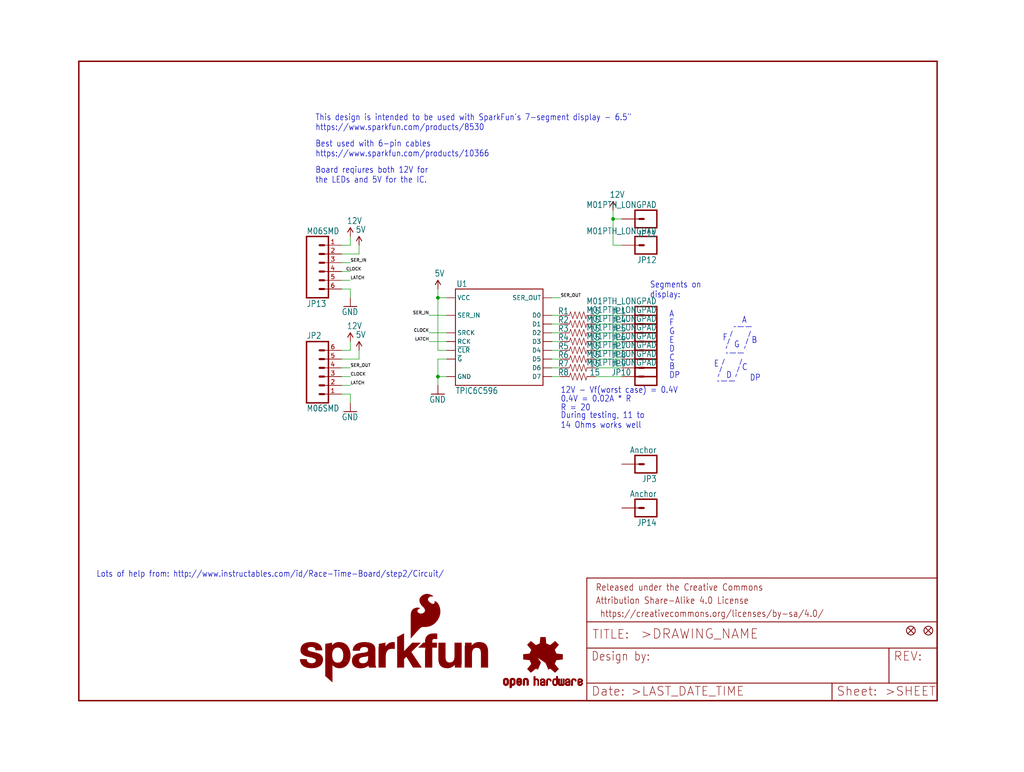
<source format=kicad_sch>
(kicad_sch (version 20211123) (generator eeschema)
  (paper "User" 297.002 223.926)
  (lib_symbols
    (symbol "eagleSchem-eagle-import:12V" (power)
      (property "Value" "12V" (at -1.016 3.556 0))
      (symbol "12V_1_0"
        (pin power_in line (at 0 0 90) (length 2.54) (name "12V") (number "1"))
      )
    )
    (symbol "eagleSchem-eagle-import:15OHM-1{slash}10W-1%(0603)0603"
      (property "Reference" "R" (at -3.81 1.4986 0))
      (property "Value" "15OHM-1{slash}10W-1%(0603)0603" (at -3.81 -3.302 0))
      (symbol "15OHM-1{slash}10W-1%(0603)0603_1_0"
        (pin passive line (at -5.08 0 0) (length 2.54) (name "1") (number "1"))
        (pin passive line (at 5.08 0 180) (length 2.54) (name "2") (number "2"))
      )
    )
    (symbol "eagleSchem-eagle-import:5V" (power)
      (property "Value" "5V" (at -1.016 3.556 0))
      (symbol "5V_1_0"
        (pin power_in line (at 0 0 90) (length 2.54) (name "5V") (number "1"))
      )
    )
    (symbol "eagleSchem-eagle-import:FIDUCIAL1X2")
    (symbol "eagleSchem-eagle-import:FRAME-LETTER"
      (symbol "FRAME-LETTER_2_0"
        (text " https://creativecommons.org/licenses/by-sa/4.0/" (at 2.54 24.13 0) (effects (font (size 1.9304 1.6408)) (justify left bottom)))
        (text ">DRAWING_NAME" (at 15.494 17.78 0) (effects (font (size 2.7432 2.7432)) (justify left bottom)))
        (text ">LAST_DATE_TIME" (at 12.7 1.27 0) (effects (font (size 2.54 2.54)) (justify left bottom)))
        (text ">SHEET" (at 86.36 1.27 0) (effects (font (size 2.54 2.54)) (justify left bottom)))
        (text "Attribution Share-Alike 4.0 License" (at 2.54 27.94 0) (effects (font (size 1.9304 1.6408)) (justify left bottom)))
        (text "Date:" (at 1.27 1.27 0) (effects (font (size 2.54 2.54)) (justify left bottom)))
        (text "Design by:" (at 1.27 11.43 0) (effects (font (size 2.54 2.159)) (justify left bottom)))
        (text "Released under the Creative Commons" (at 2.54 31.75 0) (effects (font (size 1.9304 1.6408)) (justify left bottom)))
        (text "REV:" (at 88.9 11.43 0) (effects (font (size 2.54 2.54)) (justify left bottom)))
        (text "Sheet:" (at 72.39 1.27 0) (effects (font (size 2.54 2.54)) (justify left bottom)))
        (text "TITLE:" (at 1.524 17.78 0) (effects (font (size 2.54 2.54)) (justify left bottom)))
      )
    )
    (symbol "eagleSchem-eagle-import:GND" (power)
      (property "Value" "GND" (at -2.54 -2.54 0))
      (symbol "GND_1_0"
        (pin power_in line (at 0 2.54 270) (length 2.54) (name "GND") (number "1"))
      )
    )
    (symbol "eagleSchem-eagle-import:M01PTH_LONGPAD"
      (property "Reference" "JP" (at -2.54 3.302 0))
      (property "Value" "M01PTH_LONGPAD" (at -2.54 -5.08 0))
      (symbol "M01PTH_LONGPAD_1_0"
        (pin passive line (at 7.62 0 180) (length 5.08) (name "1") (number "1"))
      )
    )
    (symbol "eagleSchem-eagle-import:M06SMD"
      (property "Reference" "JP" (at -5.08 10.922 0))
      (property "Value" "M06SMD" (at -5.08 -10.16 0))
      (symbol "M06SMD_1_0"
        (pin passive line (at 5.08 -5.08 180) (length 5.08) (name "1") (number "1"))
        (pin passive line (at 5.08 -2.54 180) (length 5.08) (name "2") (number "2"))
        (pin passive line (at 5.08 0 180) (length 5.08) (name "3") (number "3"))
        (pin passive line (at 5.08 2.54 180) (length 5.08) (name "4") (number "4"))
        (pin passive line (at 5.08 5.08 180) (length 5.08) (name "5") (number "5"))
        (pin passive line (at 5.08 7.62 180) (length 5.08) (name "6") (number "6"))
      )
    )
    (symbol "eagleSchem-eagle-import:OSHW-LOGOS")
    (symbol "eagleSchem-eagle-import:SFE_LOGO_NAME_FLAME.1_INCH")
    (symbol "eagleSchem-eagle-import:TPIC6C596SOIC"
      (property "Reference" "U" (at -12.446 13.208 0))
      (property "Value" "TPIC6C596SOIC" (at -12.7 -17.78 0))
      (symbol "TPIC6C596SOIC_1_0"
        (pin power_in line (at -15.24 10.16 0) (length 2.54) (name "VCC") (number "1"))
        (pin input line (at -15.24 -2.54 0) (length 2.54) (name "RCK") (number "10"))
        (pin output line (at 15.24 -5.08 180) (length 2.54) (name "D4") (number "11"))
        (pin output line (at 15.24 -7.62 180) (length 2.54) (name "D5") (number "12"))
        (pin output line (at 15.24 -10.16 180) (length 2.54) (name "D6") (number "13"))
        (pin output line (at 15.24 -12.7 180) (length 2.54) (name "D7") (number "14"))
        (pin input line (at -15.24 0 0) (length 2.54) (name "SRCK") (number "15"))
        (pin power_in line (at -15.24 -12.7 0) (length 2.54) (name "GND") (number "16"))
        (pin input line (at -15.24 5.08 0) (length 2.54) (name "SER_IN") (number "2"))
        (pin output line (at 15.24 5.08 180) (length 2.54) (name "D0") (number "3"))
        (pin output line (at 15.24 2.54 180) (length 2.54) (name "D1") (number "4"))
        (pin output line (at 15.24 0 180) (length 2.54) (name "D2") (number "5"))
        (pin output line (at 15.24 -2.54 180) (length 2.54) (name "D3") (number "6"))
        (pin input line (at -15.24 -5.08 0) (length 2.54) (name "~{CLR}") (number "7"))
        (pin input line (at -15.24 -7.62 0) (length 2.54) (name "~{G}") (number "8"))
        (pin output line (at 15.24 10.16 180) (length 2.54) (name "SER_OUT") (number "9"))
      )
    )
  )
  (junction (at 127 86.36))
  (junction (at 127 109.22))
  (junction (at 177.8 63.5))
  (wire (pts (xy 129.54 101.6) (xy 127 101.6)))
  (wire (pts (xy 101.6 101.6) (xy 101.6 99.06)))
  (wire (pts (xy 99.06 73.66) (xy 104.14 73.66)))
  (wire (pts (xy 127 101.6) (xy 127 86.36)))
  (wire (pts (xy 162.56 101.6) (xy 160.02 101.6)))
  (wire (pts (xy 180.34 71.12) (xy 177.8 71.12)))
  (wire (pts (xy 162.56 96.52) (xy 160.02 96.52)))
  (wire (pts (xy 127 86.36) (xy 127 83.82)))
  (wire (pts (xy 129.54 104.14) (xy 127 104.14)))
  (wire (pts (xy 177.8 63.5) (xy 177.8 60.96)))
  (wire (pts (xy 99.06 106.68) (xy 101.6 106.68)))
  (wire (pts (xy 101.6 114.3) (xy 101.6 116.84)))
  (wire (pts (xy 99.06 101.6) (xy 101.6 101.6)))
  (wire (pts (xy 129.54 86.36) (xy 127 86.36)))
  (wire (pts (xy 180.34 106.68) (xy 172.72 106.68)))
  (wire (pts (xy 162.56 99.06) (xy 160.02 99.06)))
  (wire (pts (xy 162.56 109.22) (xy 160.02 109.22)))
  (wire (pts (xy 180.34 109.22) (xy 172.72 109.22)))
  (wire (pts (xy 129.54 109.22) (xy 127 109.22)))
  (wire (pts (xy 180.34 101.6) (xy 172.72 101.6)))
  (wire (pts (xy 99.06 76.2) (xy 101.6 76.2)))
  (wire (pts (xy 177.8 71.12) (xy 177.8 63.5)))
  (wire (pts (xy 99.06 111.76) (xy 101.6 111.76)))
  (polyline (pts (xy 217.678 96.012) (xy 215.9 101.092)))
  (wire (pts (xy 99.06 78.74) (xy 101.6 78.74)))
  (wire (pts (xy 180.34 99.06) (xy 172.72 99.06)))
  (wire (pts (xy 104.14 73.66) (xy 104.14 71.12)))
  (polyline (pts (xy 210.058 104.14) (xy 208.28 109.22)))
  (wire (pts (xy 104.14 104.14) (xy 104.14 101.6)))
  (wire (pts (xy 127 104.14) (xy 127 109.22)))
  (wire (pts (xy 160.02 86.36) (xy 162.56 86.36)))
  (wire (pts (xy 180.34 63.5) (xy 177.8 63.5)))
  (wire (pts (xy 127 109.22) (xy 127 111.76)))
  (wire (pts (xy 162.56 106.68) (xy 160.02 106.68)))
  (polyline (pts (xy 213.106 110.49) (xy 208.026 110.49)))
  (polyline (pts (xy 215.138 104.14) (xy 213.36 109.22)))
  (wire (pts (xy 180.34 104.14) (xy 172.72 104.14)))
  (wire (pts (xy 101.6 83.82) (xy 101.6 86.36)))
  (wire (pts (xy 129.54 96.52) (xy 124.46 96.52)))
  (wire (pts (xy 99.06 83.82) (xy 101.6 83.82)))
  (wire (pts (xy 99.06 71.12) (xy 101.6 71.12)))
  (wire (pts (xy 99.06 104.14) (xy 104.14 104.14)))
  (wire (pts (xy 162.56 93.98) (xy 160.02 93.98)))
  (wire (pts (xy 129.54 99.06) (xy 124.46 99.06)))
  (wire (pts (xy 180.34 91.44) (xy 172.72 91.44)))
  (polyline (pts (xy 212.344 96.012) (xy 210.566 101.092)))
  (wire (pts (xy 162.56 91.44) (xy 160.02 91.44)))
  (wire (pts (xy 180.34 96.52) (xy 172.72 96.52)))
  (wire (pts (xy 129.54 91.44) (xy 124.46 91.44)))
  (wire (pts (xy 101.6 71.12) (xy 101.6 68.58)))
  (polyline (pts (xy 217.932 94.742) (xy 212.852 94.742)))
  (wire (pts (xy 99.06 109.22) (xy 101.6 109.22)))
  (polyline (pts (xy 215.646 102.362) (xy 210.566 102.362)))
  (wire (pts (xy 99.06 114.3) (xy 101.6 114.3)))
  (wire (pts (xy 162.56 104.14) (xy 160.02 104.14)))
  (wire (pts (xy 99.06 81.28) (xy 101.6 81.28)))
  (wire (pts (xy 180.34 93.98) (xy 172.72 93.98)))
  (text "0.4V = 0.02A * R" (at 162.56 116.84 180) (effects (font (size 1.778 1.5113)) (justify left bottom)))
  (text "B" (at 217.932 99.822 180) (effects (font (size 1.778 1.5113)) (justify left bottom)))
  (text "Best used with 6-pin cables\nhttps://www.sparkfun.com/products/10366" (at 91.44 45.72 0) (effects (font (size 1.778 1.5113)) (justify left bottom)))
  (text "C" (at 194.056 104.902 180) (effects (font (size 1.778 1.5113)) (justify left bottom)))
  (text "D" (at 210.566 109.982 180) (effects (font (size 1.778 1.5113)) (justify left bottom)))
  (text "12V - Vf(worst case) = 0.4V" (at 162.56 114.3 180) (effects (font (size 1.778 1.5113)) (justify left bottom)))
  (text "A" (at 194.056 92.202 180) (effects (font (size 1.778 1.5113)) (justify left bottom)))
  (text "E" (at 194.056 99.822 180) (effects (font (size 1.778 1.5113)) (justify left bottom)))
  (text "This design is intended to be used with SparkFun's 7-segment display - 6.5\"\nhttps://www.sparkfun.com/products/8530" (at 91.44 38.1 0) (effects (font (size 1.778 1.5113)) (justify left bottom)))
  (text "DP" (at 217.424 110.744 180) (effects (font (size 1.778 1.5113)) (justify left bottom)))
  (text "C" (at 215.138 107.696 180) (effects (font (size 1.778 1.5113)) (justify left bottom)))
  (text "B" (at 194.056 107.442 180) (effects (font (size 1.778 1.5113)) (justify left bottom)))
  (text "F" (at 194.056 94.742 180) (effects (font (size 1.778 1.5113)) (justify left bottom)))
  (text "Lots of help from: http://www.instructables.com/id/Race-Time-Board/step2/Circuit/" (at 27.94 167.64 0) (effects (font (size 1.778 1.5113)) (justify left bottom)))
  (text "G" (at 212.852 101.092 180) (effects (font (size 1.778 1.5113)) (justify left bottom)))
  (text "During testing, 11 to\n14 Ohms works well" (at 162.56 124.46 180) (effects (font (size 1.778 1.5113)) (justify left bottom)))
  (text "R = 20" (at 162.56 119.38 180) (effects (font (size 1.778 1.5113)) (justify left bottom)))
  (text "Board reqiures both 12V for\nthe LEDs and 5V for the IC." (at 91.44 53.34 0) (effects (font (size 1.778 1.5113)) (justify left bottom)))
  (text "D" (at 194.056 102.362 180) (effects (font (size 1.778 1.5113)) (justify left bottom)))
  (text "G" (at 194.056 97.282 180) (effects (font (size 1.778 1.5113)) (justify left bottom)))
  (text "A" (at 215.138 93.98 180) (effects (font (size 1.778 1.5113)) (justify left bottom)))
  (text "Segments on\ndisplay:" (at 188.468 86.614 180) (effects (font (size 1.778 1.5113)) (justify left bottom)))
  (text "F" (at 209.55 99.06 180) (effects (font (size 1.778 1.5113)) (justify left bottom)))
  (text "E" (at 207.01 106.68 180) (effects (font (size 1.778 1.5113)) (justify left bottom)))
  (text "DP" (at 194.056 109.982 180) (effects (font (size 1.778 1.5113)) (justify left bottom)))
  (label "LATCH" (at 101.6 111.76 0) (effects (font (size 0.889 0.889))))
  (label "SER_OUT" (at 101.6 106.68 0) (effects (font (size 0.889 0.889))))
  (label "SER_OUT" (at 162.56 86.36 0) (effects (font (size 0.889 0.889))))
  (label "LATCH" (at 124.46 99.06 180) (effects (font (size 0.889 0.889))))
  (label "CLOCK" (at 101.6 109.22 0) (effects (font (size 0.889 0.889))))
  (label "CLOCK" (at 124.46 96.52 180) (effects (font (size 0.889 0.889))))
  (label "SER_IN" (at 124.46 91.44 180) (effects (font (size 0.889 0.889))))
  (label "LATCH" (at 101.6 81.28 0) (effects (font (size 0.889 0.889))))
  (label "CLOCK" (at 100.33 78.74 0) (effects (font (size 0.889 0.889))))
  (label "SER_IN" (at 101.6 76.2 0) (effects (font (size 0.889 0.889))))
  (symbol (lib_id "eagleSchem-eagle-import:M01PTH_LONGPAD") (at 187.96 134.62 180) (unit 1)
    (property "Reference" "JP3" (at 190.5 137.922 0) (effects (font (size 1.778 1.5113)) (justify left bottom)))
    (property "Value" "Anchor" (at 190.5 129.54 0) (effects (font (size 1.778 1.5113)) (justify left bottom)))
    (property "Footprint" "eagleSchem:1X01_LONGPAD" (effects hide))
  )
  (symbol (lib_id "eagleSchem-eagle-import:M01PTH_LONGPAD") (at 187.96 99.06 180) (unit 1)
    (property "Reference" "JP6" (at 177.292 98.806 0) (effects (font (size 1.778 1.5113)) (justify right top)))
    (property "Value" "M01PTH_LONGPAD" (at 190.5 93.98 0) (effects (font (size 1.778 1.5113)) (justify left bottom)))
    (property "Footprint" "eagleSchem:1X01_LONGPAD" (effects hide))
  )
  (symbol (lib_id "eagleSchem-eagle-import:M06SMD") (at 93.98 76.2 0) (mirror x) (unit 1)
    (property "Reference" "JP13" (at 88.9 87.122 0) (effects (font (size 1.778 1.5113)) (justify left bottom)))
    (property "Value" "M06SMD" (at 88.9 66.04 0) (effects (font (size 1.778 1.5113)) (justify left bottom)))
    (property "Footprint" "eagleSchem:1X06-SMD" (effects hide))
  )
  (symbol (lib_id "eagleSchem-eagle-import:GND") (at 101.6 88.9 0) (unit 1)
    (property "Reference" "#GND2" (effects hide))
    (property "Value" "GND" (at 99.06 91.44 0) (effects (font (size 1.778 1.5113)) (justify left bottom)))
    (property "Footprint" "eagleSchem:" (effects hide))
  )
  (symbol (lib_id "eagleSchem-eagle-import:M01PTH_LONGPAD") (at 187.96 93.98 180) (unit 1)
    (property "Reference" "JP4" (at 177.292 93.726 0) (effects (font (size 1.778 1.5113)) (justify right top)))
    (property "Value" "M01PTH_LONGPAD" (at 190.5 88.9 0) (effects (font (size 1.778 1.5113)) (justify left bottom)))
    (property "Footprint" "eagleSchem:1X01_LONGPAD" (effects hide))
  )
  (symbol (lib_id "eagleSchem-eagle-import:12V") (at 177.8 60.96 0) (unit 1)
    (property "Reference" "#SUPPLY5" (effects hide))
    (property "Value" "12V" (at 176.784 57.404 0) (effects (font (size 1.778 1.5113)) (justify left bottom)))
    (property "Footprint" "eagleSchem:" (effects hide))
  )
  (symbol (lib_id "eagleSchem-eagle-import:FIDUCIAL1X2") (at 264.16 182.88 0) (unit 1)
    (property "Reference" "FID2" (effects hide))
    (property "Value" "FIDUCIAL1X2" (effects hide))
    (property "Footprint" "eagleSchem:FIDUCIAL-1X2" (effects hide))
  )
  (symbol (lib_id "eagleSchem-eagle-import:FRAME-LETTER") (at 22.86 203.2 0) (unit 1)
    (property "Reference" "FRAME1" (effects hide))
    (property "Value" "FRAME-LETTER" (effects hide))
    (property "Footprint" "eagleSchem:CREATIVE_COMMONS" (effects hide))
    (property "Value" "FRAME-LETTER" (effects hide))
    (property "Value" "FRAME-LETTER" (effects hide))
  )
  (symbol (lib_id "eagleSchem-eagle-import:5V") (at 104.14 71.12 0) (unit 1)
    (property "Reference" "#SUPPLY2" (effects hide))
    (property "Value" "5V" (at 103.124 67.564 0) (effects (font (size 1.778 1.5113)) (justify left bottom)))
    (property "Footprint" "eagleSchem:" (effects hide))
  )
  (symbol (lib_id "eagleSchem-eagle-import:5V") (at 104.14 101.6 0) (unit 1)
    (property "Reference" "#SUPPLY3" (effects hide))
    (property "Value" "5V" (at 103.124 98.044 0) (effects (font (size 1.778 1.5113)) (justify left bottom)))
    (property "Footprint" "eagleSchem:" (effects hide))
  )
  (symbol (lib_id "eagleSchem-eagle-import:M01PTH_LONGPAD") (at 187.96 109.22 180) (unit 1)
    (property "Reference" "JP10" (at 177.292 108.966 0) (effects (font (size 1.778 1.5113)) (justify right top)))
    (property "Value" "M01PTH_LONGPAD" (at 190.5 104.14 0) (effects (font (size 1.778 1.5113)) (justify left bottom)))
    (property "Footprint" "eagleSchem:1X01_LONGPAD" (effects hide))
  )
  (symbol (lib_id "eagleSchem-eagle-import:15OHM-1{slash}10W-1%(0603)0603") (at 167.64 91.44 0) (unit 1)
    (property "Reference" "R1" (at 161.798 91.186 0) (effects (font (size 1.778 1.5113)) (justify left bottom)))
    (property "Value" "15" (at 170.942 91.186 0) (effects (font (size 1.778 1.5113)) (justify left bottom)))
    (property "Footprint" "eagleSchem:0603-RES" (effects hide))
  )
  (symbol (lib_id "eagleSchem-eagle-import:15OHM-1{slash}10W-1%(0603)0603") (at 167.64 106.68 0) (unit 1)
    (property "Reference" "R7" (at 161.798 106.426 0) (effects (font (size 1.778 1.5113)) (justify left bottom)))
    (property "Value" "15" (at 170.942 106.426 0) (effects (font (size 1.778 1.5113)) (justify left bottom)))
    (property "Footprint" "eagleSchem:0603-RES" (effects hide))
  )
  (symbol (lib_id "eagleSchem-eagle-import:M01PTH_LONGPAD") (at 187.96 63.5 180) (unit 1)
    (property "Reference" "JP11" (at 190.5 66.802 0) (effects (font (size 1.778 1.5113)) (justify left bottom)))
    (property "Value" "M01PTH_LONGPAD" (at 190.5 58.42 0) (effects (font (size 1.778 1.5113)) (justify left bottom)))
    (property "Footprint" "eagleSchem:1X01_LONGPAD" (effects hide))
  )
  (symbol (lib_id "eagleSchem-eagle-import:FIDUCIAL1X2") (at 269.24 182.88 0) (unit 1)
    (property "Reference" "FID1" (effects hide))
    (property "Value" "FIDUCIAL1X2" (effects hide))
    (property "Footprint" "eagleSchem:FIDUCIAL-1X2" (effects hide))
  )
  (symbol (lib_id "eagleSchem-eagle-import:15OHM-1{slash}10W-1%(0603)0603") (at 167.64 99.06 0) (unit 1)
    (property "Reference" "R4" (at 161.798 98.806 0) (effects (font (size 1.778 1.5113)) (justify left bottom)))
    (property "Value" "15" (at 170.942 98.806 0) (effects (font (size 1.778 1.5113)) (justify left bottom)))
    (property "Footprint" "eagleSchem:0603-RES" (effects hide))
  )
  (symbol (lib_id "eagleSchem-eagle-import:GND") (at 127 114.3 0) (unit 1)
    (property "Reference" "#GND1" (effects hide))
    (property "Value" "GND" (at 124.46 116.84 0) (effects (font (size 1.778 1.5113)) (justify left bottom)))
    (property "Footprint" "eagleSchem:" (effects hide))
  )
  (symbol (lib_id "eagleSchem-eagle-import:M01PTH_LONGPAD") (at 187.96 104.14 180) (unit 1)
    (property "Reference" "JP8" (at 177.292 103.886 0) (effects (font (size 1.778 1.5113)) (justify right top)))
    (property "Value" "M01PTH_LONGPAD" (at 190.5 99.06 0) (effects (font (size 1.778 1.5113)) (justify left bottom)))
    (property "Footprint" "eagleSchem:1X01_LONGPAD" (effects hide))
  )
  (symbol (lib_id "eagleSchem-eagle-import:5V") (at 127 83.82 0) (unit 1)
    (property "Reference" "#SUPPLY1" (effects hide))
    (property "Value" "5V" (at 125.984 80.264 0) (effects (font (size 1.778 1.5113)) (justify left bottom)))
    (property "Footprint" "eagleSchem:" (effects hide))
  )
  (symbol (lib_id "eagleSchem-eagle-import:15OHM-1{slash}10W-1%(0603)0603") (at 167.64 96.52 0) (unit 1)
    (property "Reference" "R3" (at 161.798 96.266 0) (effects (font (size 1.778 1.5113)) (justify left bottom)))
    (property "Value" "15" (at 170.942 96.266 0) (effects (font (size 1.778 1.5113)) (justify left bottom)))
    (property "Footprint" "eagleSchem:0603-RES" (effects hide))
  )
  (symbol (lib_id "eagleSchem-eagle-import:M01PTH_LONGPAD") (at 187.96 147.32 180) (unit 1)
    (property "Reference" "JP14" (at 190.5 150.622 0) (effects (font (size 1.778 1.5113)) (justify left bottom)))
    (property "Value" "Anchor" (at 190.5 142.24 0) (effects (font (size 1.778 1.5113)) (justify left bottom)))
    (property "Footprint" "eagleSchem:1X01_LONGPAD" (effects hide))
  )
  (symbol (lib_id "eagleSchem-eagle-import:M01PTH_LONGPAD") (at 187.96 91.44 180) (unit 1)
    (property "Reference" "JP1" (at 177.292 91.186 0) (effects (font (size 1.778 1.5113)) (justify right top)))
    (property "Value" "M01PTH_LONGPAD" (at 190.5 86.36 0) (effects (font (size 1.778 1.5113)) (justify left bottom)))
    (property "Footprint" "eagleSchem:1X01_LONGPAD" (effects hide))
  )
  (symbol (lib_id "eagleSchem-eagle-import:12V") (at 101.6 99.06 0) (unit 1)
    (property "Reference" "#SUPPLY6" (effects hide))
    (property "Value" "12V" (at 100.584 95.504 0) (effects (font (size 1.778 1.5113)) (justify left bottom)))
    (property "Footprint" "eagleSchem:" (effects hide))
  )
  (symbol (lib_id "eagleSchem-eagle-import:FRAME-LETTER") (at 170.18 203.2 0) (unit 2)
    (property "Reference" "FRAME1" (effects hide))
    (property "Value" "FRAME-LETTER" (effects hide))
    (property "Footprint" "eagleSchem:CREATIVE_COMMONS" (effects hide))
    (property "Value" "FRAME-LETTER" (effects hide))
    (property "Value" "FRAME-LETTER" (effects hide))
  )
  (symbol (lib_id "eagleSchem-eagle-import:M01PTH_LONGPAD") (at 187.96 101.6 180) (unit 1)
    (property "Reference" "JP7" (at 177.292 101.346 0) (effects (font (size 1.778 1.5113)) (justify right top)))
    (property "Value" "M01PTH_LONGPAD" (at 190.5 96.52 0) (effects (font (size 1.778 1.5113)) (justify left bottom)))
    (property "Footprint" "eagleSchem:1X01_LONGPAD" (effects hide))
  )
  (symbol (lib_id "eagleSchem-eagle-import:M06SMD") (at 93.98 109.22 0) (unit 1)
    (property "Reference" "JP2" (at 88.9 98.298 0) (effects (font (size 1.778 1.5113)) (justify left bottom)))
    (property "Value" "M06SMD" (at 88.9 119.38 0) (effects (font (size 1.778 1.5113)) (justify left bottom)))
    (property "Footprint" "eagleSchem:1X06-SMD" (effects hide))
  )
  (symbol (lib_id "eagleSchem-eagle-import:15OHM-1{slash}10W-1%(0603)0603") (at 167.64 93.98 0) (unit 1)
    (property "Reference" "R2" (at 161.798 93.726 0) (effects (font (size 1.778 1.5113)) (justify left bottom)))
    (property "Value" "15" (at 170.942 93.726 0) (effects (font (size 1.778 1.5113)) (justify left bottom)))
    (property "Footprint" "eagleSchem:0603-RES" (effects hide))
  )
  (symbol (lib_id "eagleSchem-eagle-import:M01PTH_LONGPAD") (at 187.96 96.52 180) (unit 1)
    (property "Reference" "JP5" (at 177.292 96.266 0) (effects (font (size 1.778 1.5113)) (justify right top)))
    (property "Value" "M01PTH_LONGPAD" (at 190.5 91.44 0) (effects (font (size 1.778 1.5113)) (justify left bottom)))
    (property "Footprint" "eagleSchem:1X01_LONGPAD" (effects hide))
  )
  (symbol (lib_id "eagleSchem-eagle-import:SFE_LOGO_NAME_FLAME.1_INCH") (at 86.36 198.12 0) (unit 1)
    (property "Reference" "LOGO1" (effects hide))
    (property "Value" "SFE_LOGO_NAME_FLAME.1_INCH" (effects hide))
    (property "Footprint" "eagleSchem:SFE_LOGO_NAME_FLAME_.1" (effects hide))
  )
  (symbol (lib_id "eagleSchem-eagle-import:GND") (at 101.6 119.38 0) (unit 1)
    (property "Reference" "#GND3" (effects hide))
    (property "Value" "GND" (at 99.06 121.92 0) (effects (font (size 1.778 1.5113)) (justify left bottom)))
    (property "Footprint" "eagleSchem:" (effects hide))
  )
  (symbol (lib_id "eagleSchem-eagle-import:15OHM-1{slash}10W-1%(0603)0603") (at 167.64 109.22 0) (unit 1)
    (property "Reference" "R8" (at 161.798 108.966 0) (effects (font (size 1.778 1.5113)) (justify left bottom)))
    (property "Value" "15" (at 170.942 108.966 0) (effects (font (size 1.778 1.5113)) (justify left bottom)))
    (property "Footprint" "eagleSchem:0603-RES" (effects hide))
  )
  (symbol (lib_id "eagleSchem-eagle-import:M01PTH_LONGPAD") (at 187.96 71.12 180) (unit 1)
    (property "Reference" "JP12" (at 190.5 74.422 0) (effects (font (size 1.778 1.5113)) (justify left bottom)))
    (property "Value" "M01PTH_LONGPAD" (at 190.5 66.04 0) (effects (font (size 1.778 1.5113)) (justify left bottom)))
    (property "Footprint" "eagleSchem:1X01_LONGPAD" (effects hide))
  )
  (symbol (lib_id "eagleSchem-eagle-import:TPIC6C596SOIC") (at 144.78 96.52 0) (unit 1)
    (property "Reference" "U1" (at 132.334 83.312 0) (effects (font (size 1.778 1.5113)) (justify left bottom)))
    (property "Value" "TPIC6C596" (at 132.08 114.3 0) (effects (font (size 1.778 1.5113)) (justify left bottom)))
    (property "Footprint" "eagleSchem:SO016" (effects hide))
  )
  (symbol (lib_id "eagleSchem-eagle-import:12V") (at 101.6 68.58 0) (unit 1)
    (property "Reference" "#SUPPLY4" (effects hide))
    (property "Value" "12V" (at 100.584 65.024 0) (effects (font (size 1.778 1.5113)) (justify left bottom)))
    (property "Footprint" "eagleSchem:" (effects hide))
  )
  (symbol (lib_id "eagleSchem-eagle-import:M01PTH_LONGPAD") (at 187.96 106.68 180) (unit 1)
    (property "Reference" "JP9" (at 177.292 106.426 0) (effects (font (size 1.778 1.5113)) (justify right top)))
    (property "Value" "M01PTH_LONGPAD" (at 190.5 101.6 0) (effects (font (size 1.778 1.5113)) (justify left bottom)))
    (property "Footprint" "eagleSchem:1X01_LONGPAD" (effects hide))
  )
  (symbol (lib_id "eagleSchem-eagle-import:OSHW-LOGOS") (at 157.48 190.5 0) (unit 1)
    (property "Reference" "LOGO2" (effects hide))
    (property "Value" "OSHW-LOGOS" (effects hide))
    (property "Footprint" "eagleSchem:OSHW-LOGO-S" (effects hide))
  )
  (symbol (lib_id "eagleSchem-eagle-import:15OHM-1{slash}10W-1%(0603)0603") (at 167.64 104.14 0) (unit 1)
    (property "Reference" "R6" (at 161.798 103.886 0) (effects (font (size 1.778 1.5113)) (justify left bottom)))
    (property "Value" "15" (at 170.942 103.886 0) (effects (font (size 1.778 1.5113)) (justify left bottom)))
    (property "Footprint" "eagleSchem:0603-RES" (effects hide))
  )
  (symbol (lib_id "eagleSchem-eagle-import:15OHM-1{slash}10W-1%(0603)0603") (at 167.64 101.6 0) (unit 1)
    (property "Reference" "R5" (at 161.798 101.346 0) (effects (font (size 1.778 1.5113)) (justify left bottom)))
    (property "Value" "15" (at 170.942 101.346 0) (effects (font (size 1.778 1.5113)) (justify left bottom)))
    (property "Footprint" "eagleSchem:0603-RES" (effects hide))
  )
)
</source>
